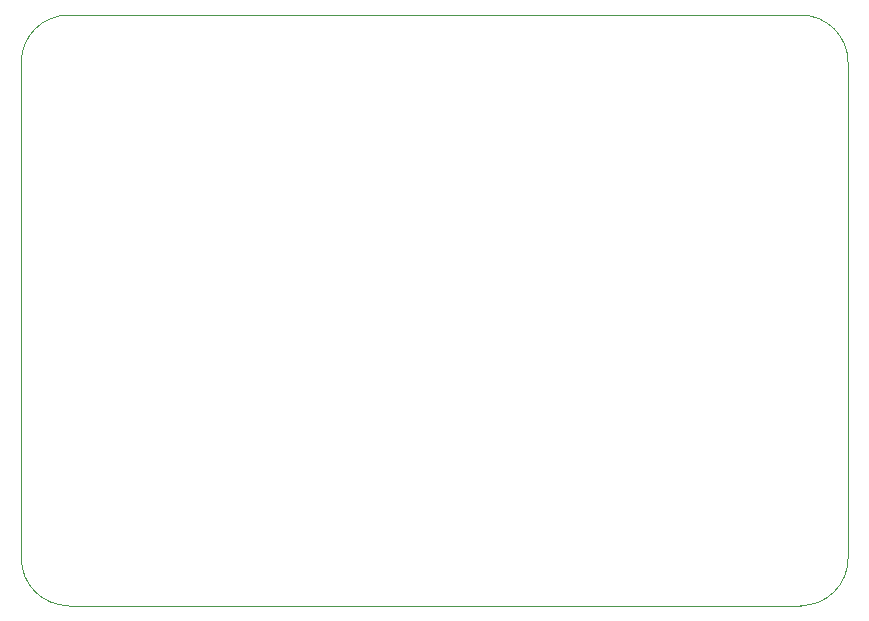
<source format=gbr>
G04 #@! TF.GenerationSoftware,KiCad,Pcbnew,5.99.0-unknown-r23941-4f651901*
G04 #@! TF.CreationDate,2020-11-30T00:39:55+01:00*
G04 #@! TF.ProjectId,whisperbounce,77686973-7065-4726-926f-756e63652e6b,rev?*
G04 #@! TF.SameCoordinates,Original*
G04 #@! TF.FileFunction,Profile,NP*
%FSLAX46Y46*%
G04 Gerber Fmt 4.6, Leading zero omitted, Abs format (unit mm)*
G04 Created by KiCad (PCBNEW 5.99.0-unknown-r23941-4f651901) date 2020-11-30 00:39:55*
%MOMM*%
%LPD*%
G01*
G04 APERTURE LIST*
G04 #@! TA.AperFunction,Profile*
%ADD10C,0.100000*%
G04 #@! TD*
G04 APERTURE END LIST*
D10*
X179999998Y-53999998D02*
G75*
G03*
X176000000Y-50000000I-3999998J0D01*
G01*
X114000000Y-50000000D02*
X176000000Y-50000000D01*
X176000002Y-99999998D02*
G75*
G03*
X180000000Y-96000000I0J3999998D01*
G01*
X110000002Y-96000002D02*
G75*
G03*
X114000000Y-100000000I3999998J0D01*
G01*
X180000000Y-54000000D02*
X180000000Y-96000000D01*
X114000000Y-100000000D02*
X176000000Y-100000000D01*
X113999998Y-50000002D02*
G75*
G03*
X110000000Y-54000000I0J-3999998D01*
G01*
X110000000Y-54000000D02*
X110000000Y-96000000D01*
M02*

</source>
